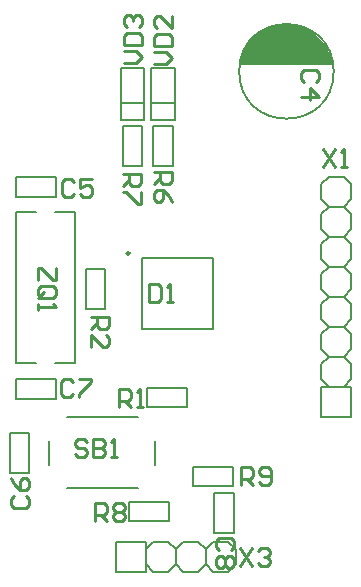
<source format=gto>
G04*
G04 #@! TF.GenerationSoftware,Altium Limited,Altium Designer,20.0.14 (345)*
G04*
G04 Layer_Color=65535*
%FSAX44Y44*%
%MOMM*%
G71*
G01*
G75*
%ADD10C,0.2500*%
%ADD11C,0.2000*%
%ADD12C,0.2540*%
G36*
X00541000Y00924000D02*
X00461000D01*
X00463000Y00932000D01*
X00466500Y00939500D01*
X00471000Y00945250D01*
X00476000Y00950250D01*
X00483250Y00954750D01*
X00490000Y00957500D01*
X00497750Y00959000D01*
X00505250Y00958750D01*
X00512250Y00957500D01*
X00519500Y00954500D01*
X00525000Y00951000D01*
X00530500Y00946000D01*
X00534750Y00940250D01*
X00539000Y00931250D01*
X00541000Y00924000D01*
D02*
G37*
D10*
X00368250Y00765000D02*
G03*
X00368250Y00765000I-00001250J00000000D01*
G01*
D11*
X00541000Y00919000D02*
G03*
X00541000Y00919000I-00040000J00000000D01*
G01*
X00379001Y00701000D02*
Y00761000D01*
X00439000Y00701000D02*
Y00761000D01*
X00379001D02*
X00439000D01*
X00379001Y00701000D02*
X00439000D01*
X00383000Y00634750D02*
Y00651250D01*
X00417000Y00634750D02*
Y00651250D01*
X00383000D02*
X00417000D01*
X00383000Y00634750D02*
X00417000D01*
X00439750Y00528250D02*
Y00562250D01*
X00456250Y00528250D02*
Y00562250D01*
X00439750Y00528250D02*
X00456250D01*
X00439750Y00562250D02*
X00456250D01*
X00331000Y00718000D02*
X00347499D01*
X00331000Y00752000D02*
X00347499D01*
X00331000Y00718000D02*
Y00752000D01*
X00347499Y00718000D02*
Y00752000D01*
X00386500Y00877500D02*
Y00921500D01*
X00406500Y00877500D02*
Y00921500D01*
X00386500Y00877500D02*
X00406500D01*
X00386500Y00921500D02*
X00406500D01*
X00386500Y00892000D02*
X00406500D01*
X00388250Y00838500D02*
X00404750D01*
X00388250Y00872500D02*
X00404750D01*
X00388250Y00838500D02*
Y00872500D01*
X00404750Y00838500D02*
Y00872500D01*
X00362325Y00838500D02*
X00378825D01*
X00362325Y00872500D02*
X00378825D01*
X00362325Y00838500D02*
Y00872500D01*
X00378825Y00838500D02*
Y00872500D01*
X00360574Y00877499D02*
Y00921500D01*
X00380574Y00877499D02*
Y00921500D01*
X00360574Y00877499D02*
X00380574D01*
X00360574Y00921500D02*
X00380574D01*
X00360574Y00892000D02*
X00380574D01*
X00300000Y00586000D02*
Y00606000D01*
X00315000Y00626001D02*
X00375000D01*
X00390000Y00586000D02*
Y00606000D01*
X00315000Y00566000D02*
X00375000D01*
X00432700Y00514350D02*
X00439050Y00520700D01*
X00451750D01*
X00458100Y00514350D01*
Y00501650D02*
Y00514350D01*
X00451750Y00495300D02*
X00458100Y00501650D01*
X00439050Y00495300D02*
X00451750D01*
X00432700Y00501650D02*
X00439050Y00495300D01*
X00407300Y00514350D02*
X00413650Y00520700D01*
X00426350D01*
X00432700Y00514350D01*
Y00501650D02*
Y00514350D01*
X00426350Y00495300D02*
X00432700Y00501650D01*
X00413650Y00495300D02*
X00426350D01*
X00407300Y00501650D02*
X00413650Y00495300D01*
X00356500D02*
X00381900D01*
Y00501650D02*
X00388250Y00495300D01*
X00400950D01*
X00407300Y00501650D01*
Y00514350D01*
X00400950Y00520700D02*
X00407300Y00514350D01*
X00388250Y00520700D02*
X00400950D01*
X00381900Y00514350D02*
X00388250Y00520700D01*
X00356500Y00495300D02*
Y00520700D01*
X00381900Y00495300D02*
Y00520700D01*
X00356500D02*
X00381900D01*
X00367500Y00538250D02*
Y00554750D01*
X00401500Y00538250D02*
Y00554750D01*
X00367500D02*
X00401500D01*
X00367500Y00538250D02*
X00401500D01*
X00455750Y00567750D02*
Y00584250D01*
X00421750Y00567750D02*
Y00584250D01*
Y00567750D02*
X00455750D01*
X00421750Y00584250D02*
X00455750D01*
X00272000Y00658250D02*
X00306000D01*
X00272000Y00641750D02*
X00306000D01*
X00272000D02*
Y00658250D01*
X00306000Y00641750D02*
Y00658250D01*
X00272000Y00829249D02*
X00306000D01*
X00272000Y00812750D02*
X00306000D01*
X00272000D02*
Y00829249D01*
X00306000Y00812750D02*
Y00829249D01*
X00305000Y00800000D02*
X00322000D01*
Y00672000D02*
Y00800000D01*
X00305000Y00672000D02*
X00322000D01*
X00272000Y00800000D02*
X00289000D01*
X00272000Y00672000D02*
Y00800000D01*
Y00672000D02*
X00289000D01*
X00283250Y00579000D02*
Y00613000D01*
X00266750Y00579000D02*
Y00613000D01*
X00283250D01*
X00266750Y00579000D02*
X00283250D01*
X00549350Y00804300D02*
X00555700Y00810650D01*
Y00823350D01*
X00549350Y00829700D02*
X00555700Y00823350D01*
X00530300D02*
X00536650Y00829700D01*
X00530300Y00810650D02*
Y00823350D01*
Y00810650D02*
X00536650Y00804300D01*
Y00829700D02*
X00549350D01*
Y00753500D02*
X00555700Y00759850D01*
Y00772550D01*
X00549350Y00778900D02*
X00555700Y00772550D01*
X00530300D02*
X00536650Y00778900D01*
X00530300Y00759850D02*
Y00772550D01*
Y00759850D02*
X00536650Y00753500D01*
Y00778900D02*
X00549350D01*
X00530300Y00626500D02*
Y00651900D01*
X00555700D01*
X00530300Y00626500D02*
X00555700D01*
X00530300Y00658250D02*
X00536650Y00651900D01*
X00530300Y00658250D02*
Y00670950D01*
X00536650Y00677300D01*
X00549350D01*
X00555700Y00670950D01*
Y00658250D02*
Y00670950D01*
X00549350Y00651900D02*
X00555700Y00658250D01*
Y00626500D02*
Y00651900D01*
X00549350Y00677300D02*
X00555700Y00683650D01*
Y00696350D01*
X00549350Y00702700D02*
X00555700Y00696350D01*
X00536650Y00702700D02*
X00549350D01*
X00530300Y00696350D02*
X00536650Y00702700D01*
X00530300Y00683650D02*
Y00696350D01*
Y00683650D02*
X00536650Y00677300D01*
X00549350Y00702700D02*
X00555700Y00709050D01*
Y00721750D01*
X00549350Y00728100D02*
X00555700Y00721750D01*
X00536650Y00728100D02*
X00549350D01*
X00530300Y00721750D02*
X00536650Y00728100D01*
X00530300Y00709050D02*
Y00721750D01*
Y00709050D02*
X00536650Y00702700D01*
X00549350Y00728100D02*
X00555700Y00734450D01*
Y00747150D01*
X00549350Y00753500D02*
X00555700Y00747150D01*
X00536650Y00753500D02*
X00549350D01*
X00530300Y00747150D02*
X00536650Y00753500D01*
X00530300Y00734450D02*
Y00747150D01*
Y00734450D02*
X00536650Y00728100D01*
X00530300Y00785250D02*
X00536650Y00778900D01*
X00530300Y00785250D02*
Y00797950D01*
X00536650Y00804300D01*
X00549350D02*
X00555700Y00797950D01*
Y00785250D02*
Y00797950D01*
X00549350Y00778900D02*
X00555700Y00785250D01*
X00536650Y00804300D02*
X00549350D01*
D12*
X00305618Y00752774D02*
Y00742617D01*
X00303078D01*
X00292922Y00752774D01*
X00290382D01*
Y00742617D01*
X00292922Y00727382D02*
X00303078D01*
X00305618Y00729922D01*
Y00735000D01*
X00303078Y00737539D01*
X00292922D01*
X00290382Y00735000D01*
Y00729922D01*
X00295461Y00732461D02*
X00290382Y00727382D01*
Y00729922D02*
X00292922Y00727382D01*
X00290382Y00722304D02*
Y00717226D01*
Y00719765D01*
X00305618D01*
X00303078Y00722304D01*
X00462000Y00515235D02*
X00472157Y00500000D01*
Y00515235D02*
X00462000Y00500000D01*
X00477235Y00512696D02*
X00479774Y00515235D01*
X00484853D01*
X00487392Y00512696D01*
Y00510157D01*
X00484853Y00507617D01*
X00482313D01*
X00484853D01*
X00487392Y00505078D01*
Y00502539D01*
X00484853Y00500000D01*
X00479774D01*
X00477235Y00502539D01*
X00531842Y00853629D02*
X00541999Y00838394D01*
Y00853629D02*
X00531842Y00838394D01*
X00547077D02*
X00552155D01*
X00549616D01*
Y00853629D01*
X00547077Y00851090D01*
X00363339Y00926000D02*
X00373496D01*
X00378574Y00931078D01*
X00373496Y00936156D01*
X00363339D01*
Y00941235D02*
X00378574D01*
Y00948852D01*
X00376035Y00951392D01*
X00365878D01*
X00363339Y00948852D01*
Y00941235D01*
X00365878Y00956470D02*
X00363339Y00959009D01*
Y00964087D01*
X00365878Y00966627D01*
X00368417D01*
X00370956Y00964087D01*
Y00961548D01*
Y00964087D01*
X00373496Y00966627D01*
X00376035D01*
X00378574Y00964087D01*
Y00959009D01*
X00376035Y00956470D01*
X00388765Y00925500D02*
X00398922D01*
X00404000Y00930578D01*
X00398922Y00935657D01*
X00388765D01*
Y00940735D02*
X00404000D01*
Y00948353D01*
X00401461Y00950892D01*
X00391304D01*
X00388765Y00948353D01*
Y00940735D01*
X00404000Y00966127D02*
Y00955970D01*
X00393843Y00966127D01*
X00391304D01*
X00388765Y00963588D01*
Y00958509D01*
X00391304Y00955970D01*
X00332383Y00605078D02*
X00329843Y00607617D01*
X00324765D01*
X00322226Y00605078D01*
Y00602539D01*
X00324765Y00600000D01*
X00329843D01*
X00332383Y00597461D01*
Y00594922D01*
X00329843Y00592383D01*
X00324765D01*
X00322226Y00594922D01*
X00337461Y00607617D02*
Y00592383D01*
X00345078D01*
X00347618Y00594922D01*
Y00597461D01*
X00345078Y00600000D01*
X00337461D01*
X00345078D01*
X00347618Y00602539D01*
Y00605078D01*
X00345078Y00607617D01*
X00337461D01*
X00352696Y00592383D02*
X00357774D01*
X00355235D01*
Y00607617D01*
X00352696Y00605078D01*
X00462500Y00568750D02*
Y00583985D01*
X00470117D01*
X00472657Y00581446D01*
Y00576367D01*
X00470117Y00573828D01*
X00462500D01*
X00467578D02*
X00472657Y00568750D01*
X00477735Y00571289D02*
X00480274Y00568750D01*
X00485353D01*
X00487892Y00571289D01*
Y00581446D01*
X00485353Y00583985D01*
X00480274D01*
X00477735Y00581446D01*
Y00578907D01*
X00480274Y00576367D01*
X00487892D01*
X00338500Y00538750D02*
Y00553985D01*
X00346118D01*
X00348657Y00551446D01*
Y00546367D01*
X00346118Y00543828D01*
X00338500D01*
X00343578D02*
X00348657Y00538750D01*
X00353735Y00551446D02*
X00356274Y00553985D01*
X00361353D01*
X00363892Y00551446D01*
Y00548907D01*
X00361353Y00546367D01*
X00363892Y00543828D01*
Y00541289D01*
X00361353Y00538750D01*
X00356274D01*
X00353735Y00541289D01*
Y00543828D01*
X00356274Y00546367D01*
X00353735Y00548907D01*
Y00551446D01*
X00356274Y00546367D02*
X00361353D01*
X00362575Y00832499D02*
X00377809D01*
Y00824882D01*
X00375270Y00822343D01*
X00370192D01*
X00367653Y00824882D01*
Y00832499D01*
Y00827421D02*
X00362575Y00822343D01*
X00377809Y00817264D02*
Y00807108D01*
X00375270D01*
X00365114Y00817264D01*
X00362575D01*
X00388955Y00833500D02*
X00404190D01*
Y00825882D01*
X00401651Y00823343D01*
X00396573D01*
X00394034Y00825882D01*
Y00833500D01*
Y00828421D02*
X00388955Y00823343D01*
X00404190Y00808108D02*
X00401651Y00813186D01*
X00396573Y00818264D01*
X00391495D01*
X00388955Y00815725D01*
Y00810647D01*
X00391495Y00808108D01*
X00394034D01*
X00396573Y00810647D01*
Y00818264D01*
X00335249Y00711000D02*
X00350485D01*
Y00703382D01*
X00347945Y00700843D01*
X00342867D01*
X00340328Y00703382D01*
Y00711000D01*
Y00705922D02*
X00335249Y00700843D01*
Y00685608D02*
Y00695765D01*
X00345406Y00685608D01*
X00347945D01*
X00350485Y00688147D01*
Y00693226D01*
X00347945Y00695765D01*
X00359000Y00635000D02*
Y00650235D01*
X00366618D01*
X00369157Y00647696D01*
Y00642617D01*
X00366618Y00640078D01*
X00359000D01*
X00364078D02*
X00369157Y00635000D01*
X00374235D02*
X00379313D01*
X00376774D01*
Y00650235D01*
X00374235Y00647696D01*
X00385018Y00739405D02*
Y00724170D01*
X00392635D01*
X00395175Y00726709D01*
Y00736866D01*
X00392635Y00739405D01*
X00385018D01*
X00400253Y00724170D02*
X00405331D01*
X00402792D01*
Y00739405D01*
X00400253Y00736866D01*
X00453696Y00514093D02*
X00456236Y00516632D01*
Y00521711D01*
X00453696Y00524250D01*
X00443540D01*
X00441000Y00521711D01*
Y00516632D01*
X00443540Y00514093D01*
X00453696Y00509015D02*
X00456236Y00506476D01*
Y00501397D01*
X00453696Y00498858D01*
X00451157D01*
X00448618Y00501397D01*
X00446079Y00498858D01*
X00443540D01*
X00441000Y00501397D01*
Y00506476D01*
X00443540Y00509015D01*
X00446079D01*
X00448618Y00506476D01*
X00451157Y00509015D01*
X00453696D01*
X00448618Y00506476D02*
Y00501397D01*
X00320157Y00655696D02*
X00317617Y00658235D01*
X00312539D01*
X00310000Y00655696D01*
Y00645539D01*
X00312539Y00643000D01*
X00317617D01*
X00320157Y00645539D01*
X00325235Y00658235D02*
X00335392D01*
Y00655696D01*
X00325235Y00645539D01*
Y00643000D01*
X00270304Y00559157D02*
X00267765Y00556618D01*
Y00551539D01*
X00270304Y00549000D01*
X00280461D01*
X00283000Y00551539D01*
Y00556618D01*
X00280461Y00559157D01*
X00267765Y00574392D02*
X00270304Y00569313D01*
X00275383Y00564235D01*
X00280461D01*
X00283000Y00566774D01*
Y00571852D01*
X00280461Y00574392D01*
X00277922D01*
X00275383Y00571852D01*
Y00564235D01*
X00321157Y00825696D02*
X00318617Y00828235D01*
X00313539D01*
X00311000Y00825696D01*
Y00815539D01*
X00313539Y00813000D01*
X00318617D01*
X00321157Y00815539D01*
X00336392Y00828235D02*
X00326235D01*
Y00820618D01*
X00331313Y00823157D01*
X00333853D01*
X00336392Y00820618D01*
Y00815539D01*
X00333853Y00813000D01*
X00328774D01*
X00326235Y00815539D01*
X00526078Y00910039D02*
X00528618Y00912578D01*
Y00917656D01*
X00526078Y00920196D01*
X00515922D01*
X00513383Y00917656D01*
Y00912578D01*
X00515922Y00910039D01*
X00513383Y00897343D02*
X00528618D01*
X00521000Y00904961D01*
Y00894804D01*
M02*

</source>
